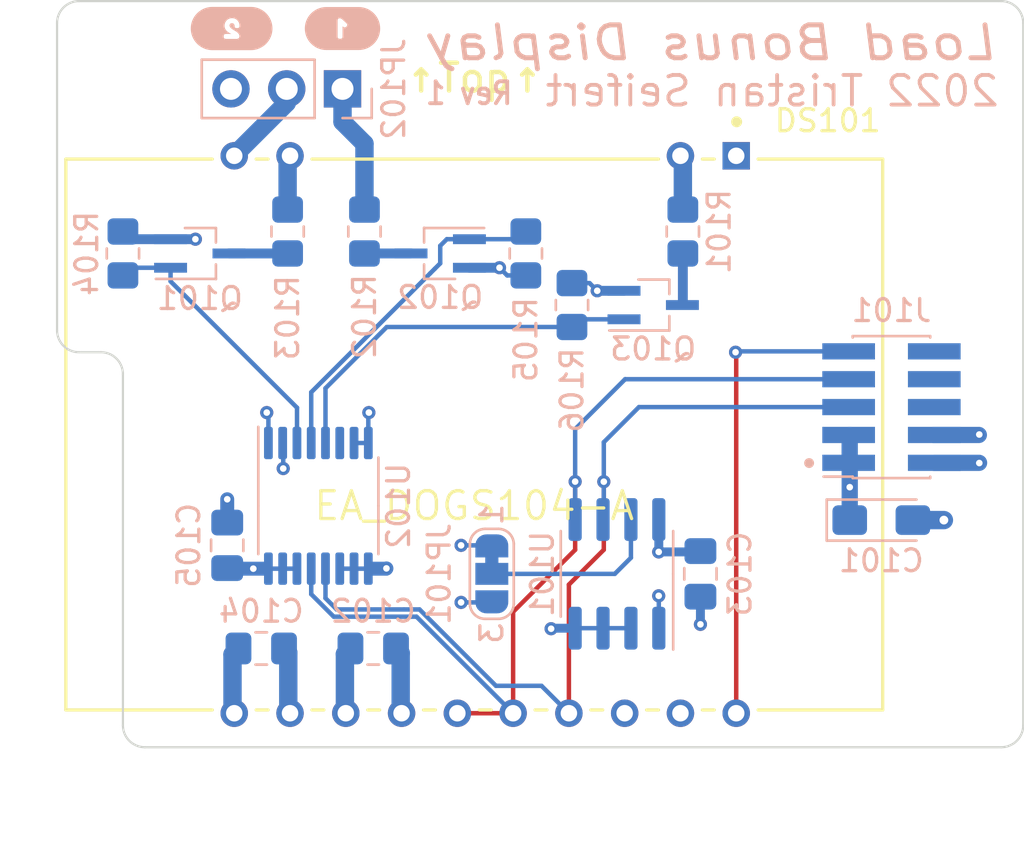
<source format=kicad_pcb>
(kicad_pcb (version 20211014) (generator pcbnew)
  (title_block (title "Programmable Load Bonus Display") (date "2022-04-25") (rev "1"))
  (layers (0 "F.Cu" signal) (1 "In1.Cu" signal) (2 "In2.Cu" signal) (31 "B.Cu" signal) (34 "B.Paste" user) (35 "F.Paste" user) (36 "B.SilkS" user "B.Silkscreen") (37 "F.SilkS" user "F.Silkscreen") (38 "B.Mask" user) (39 "F.Mask" user) (44 "Edge.Cuts" user))
  (net 0 "")
  (net 1 "+3V3")
  (net 2 "GND")
  (net 3 "Net-(C104-Pad1)")
  (net 6 "/I2C_SDA")
  (net 7 "/~{RESET}")
  (net 8 "/I2C_SCL")
  (net 9 "Net-(JP101-Pad2)")
  (net 10 "/~{IRQ}")
  (net 12 "Net-(DS101-Pad2)")
  (net 13 "Net-(DS101-Pad9)")
  (net 14 "Net-(DS101-Pad10)")
  (net 15 "Net-(JP102-Pad1)")
  (net 16 "/LED_C1")
  (net 17 "/LED_C2")
  (net 18 "/LED_C3")
  (net 19 "Net-(Q101-Pad1)")
  (net 20 "Net-(Q102-Pad1)")
  (net 21 "Net-(Q103-Pad1)")
  (footprint "MountingHole:MountingHole_2.7mm_M2.5" (layer "F.Cu") (at 61 29)
    (fp_text reference "H102" hide)
    (fp_text value "MountingHole" hide)
    (pad "" np_thru_hole circle (at 0 0) (size 2.7 2.7) (drill 2.7) (layers *.Cu *.Mask))
  )
  (footprint "MountingHole:MountingHole_2.7mm_M2.5" (layer "F.Cu") (at 61 50)
    (fp_text reference "H104" hide)
    (fp_text value "MountingHole" hide)
    (pad "" np_thru_hole circle (at 0 0) (size 2.7 2.7) (drill 2.7) (layers *.Cu *.Mask))
  )
  (footprint "MountingHole:MountingHole_2.7mm_M2.5" (layer "F.Cu") (at 23 23.5)
    (fp_text reference "H101" hide)
    (fp_text value "MountingHole" hide)
    (pad "" np_thru_hole circle (at 0 0) (size 2.7 2.7) (drill 2.7) (layers *.Cu *.Mask))
  )
  (footprint "programmable-load:Display_Visions-EA_DOGS104-A-BACKLIGHT-SOCKET" (layer "F.Cu") (at 39 39.75 180)
    (fp_text reference "DS101" (at -18.6 14.3) (layer "F.SilkS") (effects (justify right)))
    (fp_text value "EA_DOGS104-A" (at 0 -3.25) (layer "F.SilkS") (effects (font (size 1.27 1.27))))
    (fp_line (start 6.85 -12.55) (end 7.39 -12.55) (layer "F.SilkS") (width 0.15))
    (fp_line (start -8.39 -12.55) (end -7.85 -12.55) (layer "F.SilkS") (width 0.15))
    (fp_line (start -0.77 -12.55) (end -0.23 -12.55) (layer "F.SilkS") (width 0.15))
    (fp_line (start -5.85 -12.55) (end -5.31 -12.55) (layer "F.SilkS") (width 0.15))
    (fp_line (start -3.31 -12.55) (end -2.77 -12.55) (layer "F.SilkS") (width 0.15))
    (fp_line (start -8.39 12.55) (end 7.39 12.55) (layer "F.SilkS") (width 0.15))
    (fp_line (start 11.93 12.55) (end 18.6 12.55) (layer "F.SilkS") (width 0.15))
    (fp_line (start -18.6 -12.55) (end -12.93 -12.55) (layer "F.SilkS") (width 0.15))
    (fp_line (start -10.93 12.55) (end -10.39 12.55) (layer "F.SilkS") (width 0.15))
    (fp_line (start 4.31 -12.55) (end 4.85 -12.55) (layer "F.SilkS") (width 0.15))
    (fp_line (start -18.6 12.55) (end -18.6 -12.55) (layer "F.SilkS") (width 0.15))
    (fp_line (start 18.6 12.55) (end 18.6 -12.55) (layer "F.SilkS") (width 0.15))
    (fp_line (start 9.39 -12.55) (end 9.93 -12.55) (layer "F.SilkS") (width 0.15))
    (fp_line (start 11.93 -12.55) (end 18.6 -12.55) (layer "F.SilkS") (width 0.15))
    (fp_line (start -10.93 -12.55) (end -10.39 -12.55) (layer "F.SilkS") (width 0.15))
    (fp_line (start 1.77 -12.55) (end 2.31 -12.55) (layer "F.SilkS") (width 0.15))
    (fp_line (start 9.39 12.55) (end 9.93 12.55) (layer "F.SilkS") (width 0.15))
    (fp_line (start -18.6 12.55) (end -12.93 12.55) (layer "F.SilkS") (width 0.15))
    (fp_circle (center -11.95 14.25) (end -11.825 14.25) (layer "F.SilkS") (width 0.25) (fill none))
    (pad "1" thru_hole rect (at -11.93 12.7 180) (size 1.25 1.25) (drill 0.75) (layers *.Cu *.Mask) (net 1 "+3V3"))
    (pad "2" thru_hole circle (at -9.39 12.7 180) (size 1.25 1.25) (drill 0.75) (layers *.Cu *.Mask) (net 12 "Net-(DS101-Pad2)"))
    (pad "9" thru_hole circle (at 8.39 12.7 180) (size 1.25 1.25) (drill 0.75) (layers *.Cu *.Mask) (net 13 "Net-(DS101-Pad9)"))
    (pad "10" thru_hole circle (at 10.93 12.7 180) (size 1.25 1.25) (drill 0.75) (layers *.Cu *.Mask) (net 14 "Net-(DS101-Pad10)"))
    (pad "11" thru_hole circle (at 10.93 -12.7 180) (size 1.25 1.25) (drill 0.75) (layers *.Cu *.Mask) (net 3 "Net-(C104-Pad1)"))
    (pad "12" thru_hole circle (at 8.39 -12.7 180) (size 1.25 1.25) (drill 0.75) (layers *.Cu *.Mask) (net 2 "GND"))
    (pad "13" thru_hole circle (at 5.85 -12.7 180) (size 1.25 1.25) (drill 0.75) (layers *.Cu *.Mask) (net 1 "+3V3"))
    (pad "14" thru_hole circle (at 3.31 -12.7 180) (size 1.25 1.25) (drill 0.75) (layers *.Cu *.Mask) (net 2 "GND"))
    (pad "15" thru_hole circle (at 0.77 -12.7 180) (size 1.25 1.25) (drill 0.75) (layers *.Cu *.Mask) (net 6 "/I2C_SDA"))
    (pad "16" thru_hole circle (at -1.77 -12.7 180) (size 1.25 1.25) (drill 0.75) (layers *.Cu *.Mask) (net 6 "/I2C_SDA"))
    (pad "17" thru_hole circle (at -4.31 -12.7 180) (size 1.25 1.25) (drill 0.75) (layers *.Cu *.Mask) (net 8 "/I2C_SCL"))
    (pad "18" thru_hole circle (at -6.85 -12.7 180) (size 1.25 1.25) (drill 0.75) (layers *.Cu *.Mask) (net 2 "GND"))
    (pad "19" thru_hole circle (at -9.39 -12.7 180) (size 1.25 1.25) (drill 0.75) (layers *.Cu *.Mask) (net 2 "GND"))
    (pad "20" thru_hole circle (at -11.93 -12.7 180) (size 1.25 1.25) (drill 0.75) (layers *.Cu *.Mask) (net 7 "/~{RESET}"))
  )
  (footprint "Jumper:SolderJumper-3_P1.3mm_Bridged12_RoundedPad1.0x1.5mm_NumberLabels" (layer "B.Cu") (at 39.8 46.1 -90)
    (fp_text reference "JP101" (at 0 2.4 90) (layer "B.SilkS") (effects (justify mirror)))
    (fp_text value "Cfg WP" hide)
    (fp_text user "3" (at 2.7 0 90) (layer "B.SilkS") (effects (justify mirror)))
    (fp_text user "1" (at -2.7 0 90) (layer "B.SilkS") (effects (justify mirror)))
    (fp_poly (pts (xy -0.9 0.3) (xy -0.4 0.3) (xy -0.4 -0.3) (xy -0.9 -0.3)) (layer "B.Cu") (width 0) (fill solid))
    (fp_line (start 1.4 -1) (end -1.4 -1) (layer "B.SilkS") (width 0.12))
    (fp_line (start 2.05 0.3) (end 2.05 -0.3) (layer "B.SilkS") (width 0.12))
    (fp_line (start -2.05 -0.3) (end -2.05 0.3) (layer "B.SilkS") (width 0.12))
    (fp_line (start -1.4 1) (end 1.4 1) (layer "B.SilkS") (width 0.12))
    (fp_arc (start -2.05 -0.3) (mid -1.844975 -0.794975) (end -1.35 -1) (layer "B.SilkS") (width 0.12))
    (fp_arc (start -1.35 1) (mid -1.844975 0.794975) (end -2.05 0.3) (layer "B.SilkS") (width 0.12))
    (fp_arc (start 2.05 0.3) (mid 1.844975 0.794975) (end 1.35 1) (layer "B.SilkS") (width 0.12))
    (fp_arc (start 1.35 -1) (mid 1.844975 -0.794975) (end 2.05 -0.3) (layer "B.SilkS") (width 0.12))
    (pad "1" smd custom (at -1.3 0 270) (size 1 0.5) (layers "B.Cu" "B.Mask") (net 2 "GND") (options (clearance outline) (anchor rect)) (primitives (gr_poly (pts (xy 0.55 -0.75) (xy 0 -0.75) (xy 0 0.75) (xy 0.55 0.75)) (width 0) (fill yes)) (gr_circle (center 0 -0.25) (end 0.5 -0.25) (width 0) (fill yes)) (gr_circle (center 0 0.25) (end 0.5 0.25) (width 0) (fill yes))))
    (pad "2" smd rect (at 0 0 270) (size 1 1.5) (layers "B.Cu" "B.Mask") (net 9 "Net-(JP101-Pad2)"))
    (pad "3" smd custom (at 1.3 0 270) (size 1 0.5) (layers "B.Cu" "B.Mask") (net 1 "+3V3") (options (clearance outline) (anchor rect)) (primitives (gr_circle (center 0 -0.25) (end 0.5 -0.25) (width 0) (fill yes)) (gr_circle (center 0 0.25) (end 0.5 0.25) (width 0) (fill yes)) (gr_poly (pts (xy 0 -0.75) (xy -0.55 -0.75) (xy -0.55 0.75) (xy 0 0.75)) (width 0) (fill yes))))
  )
  (footprint "Package_TO_SOT_SMD:SOT-323_SC-70_Handsoldering" (layer "B.Cu") (at 26.5 31.5)
    (fp_text reference "Q101" (at 0 2.05) (layer "B.SilkS") (effects (justify mirror)))
    (fp_text value "MMBT3904" hide)
    (fp_line (start 0.735 1.16) (end -2 1.16) (layer "B.SilkS") (width 0.12))
    (fp_line (start 0.735 -0.5) (end 0.735 -1.16) (layer "B.SilkS") (width 0.12))
    (fp_line (start -0.675 -1.16) (end 0.735 -1.16) (layer "B.SilkS") (width 0.12))
    (fp_line (start 0.735 1.17) (end 0.735 0.5) (layer "B.SilkS") (width 0.12))
    (pad "1" smd rect (at -1.33 0.65 90) (size 0.45 1.5) (layers "B.Cu" "B.Paste" "B.Mask") (net 19 "Net-(Q101-Pad1)"))
    (pad "2" smd rect (at -1.33 -0.65 90) (size 0.45 1.5) (layers "B.Cu" "B.Paste" "B.Mask") (net 2 "GND"))
    (pad "3" smd rect (at 1.33 0 90) (size 0.45 1.5) (layers "B.Cu" "B.Paste" "B.Mask") (net 18 "/LED_C3"))
  )
  (footprint "Connector_PinHeader_2.54mm:PinHeader_1x03_P2.54mm_Vertical" (layer "B.Cu") (at 33 24 90)
    (fp_text reference "JP102" (at 0 2.33 90) (layer "B.SilkS") (effects (justify mirror)))
    (fp_text value "Jumper_3_Open" hide)
    (fp_line (start -1.33 0) (end -1.33 1.33) (layer "B.SilkS") (width 0.12))
    (fp_line (start -1.33 1.33) (end 0 1.33) (layer "B.SilkS") (width 0.12))
    (fp_line (start -1.33 -1.27) (end -1.33 -6.41) (layer "B.SilkS") (width 0.12))
    (fp_line (start 1.33 -1.27) (end 1.33 -6.41) (layer "B.SilkS") (width 0.12))
    (fp_line (start -1.33 -6.41) (end 1.33 -6.41) (layer "B.SilkS") (width 0.12))
    (fp_line (start -1.33 -1.27) (end 1.33 -1.27) (layer "B.SilkS") (width 0.12))
    (pad "1" thru_hole rect (at 0 0 90) (size 1.7 1.7) (drill 1) (layers *.Cu *.Mask) (net 15 "Net-(JP102-Pad1)"))
    (pad "2" thru_hole oval (at 0 -2.54 90) (size 1.7 1.7) (drill 1) (layers *.Cu *.Mask) (net 14 "Net-(DS101-Pad10)"))
    (pad "3" thru_hole oval (at 0 -5.08 90) (size 1.7 1.7) (drill 1) (layers *.Cu *.Mask) (net 1 "+3V3"))
  )
  (footprint "kibuzzard-627F235A" (layer "B.Cu") (at 27.95 21.25 180)
    (fp_text reference "kibuzzard-627F235A" hide)
    (fp_text value "G***" hide)
    (fp_poly (pts (xy -0.361315 0.98634) (xy -0.197132 0.427143) (xy -0.114582 0.462068) (xy -0.01905 0.47371) (xy 0.076553 0.461927) (xy 0.159315 0.426579) (xy 0.229235 0.367665) (xy 0.282152 0.293652) (xy 0.313902 0.213007) (xy 0.324485 0.12573) (xy 0.316548 0.055245) (xy 0.292735 -0.01143) (xy 0.25781 -0.06985) (xy 0.216535 -0.11557) (xy 0.127635 -0.185738) (xy 0.048895 -0.2286) (xy 0.017145 -0.2413) (xy 0.017145 -0.24765) (xy 0.249555 -0.24765) (xy 0.32385 -0.259715) (xy 0.353695 -0.296545) (xy 0.361315 -0.361315) (xy 0.35306 -0.42545) (xy 0.325755 -0.45847) (xy 0.247015 -0.47371) (xy -0.249555 -0.47371) (xy -0.328295 -0.43942) (xy -0.361315 -0.35941) (xy -0.349409 -0.293529) (xy -0.31369 -0.233045) (xy -0.261144 -0.179388) (xy -0.198755 -0.133985) (xy -0.131445 -0.093028) (xy -0.064135 -0.052705) (xy -0.001746 -0.010001) (xy 0.0508 0.0381) (xy 0.086519 0.090488) (xy 0.098425 0.14605) (xy 0.089535 0.178435) (xy 0.06985 0.212725) (xy 0.036195 0.23749) (xy -0.027305 0.24892) (xy -0.09779 0.219075) (xy -0.131445 0.16002) (xy -0.136525 0.13081) (xy -0.136525 0.12319) (xy -0.13843 0.08128) (xy -0.150495 0.04953) (xy -0.184785 0.02667) (xy -0.249555 0.01905) (xy -0.320357 0.031115) (xy -0.354965 0.06731) (xy -0.361315 0.13208) (xy -0.350802 0.217099) (xy -0.319264 0.296051) (xy -0.2667 0.368935) (xy -0.197132 0.427143) (xy -0.361315 0.98634) (xy -0.873945 0.98634) (xy -0.970623 0.981591) (xy -1.066371 0.967388) (xy -1.160265 0.943869) (xy -1.251401 0.91126) (xy -1.338903 0.869874) (xy -1.421926 0.820112) (xy -1.499673 0.762451) (xy -1.571393 0.697448) (xy -1.636396 0.625728) (xy -1.694057 0.547981) (xy -1.74382 0.464958) (xy -1.785205 0.377456) (xy -1.817814 0.286319) (xy -1.841333 0.192425) (xy -1.855536 0.096678) (xy -1.860285 0) (xy -1.855536 -0.096678) (xy -1.841333 -0.192425) (xy -1.817814 -0.286319) (xy -1.785205 -0.377456) (xy -1.74382 -0.464958) (xy -1.694057 -0.547981) (xy -1.636396 -0.625728) (xy -1.571393 -0.697448) (xy -1.499673 -0.762451) (xy -1.421926 -0.820112) (xy -1.338903 -0.869874) (xy -1.251401 -0.91126) (xy -1.160265 -0.943869) (xy -1.066371 -0.967388) (xy -0.970623 -0.981591) (xy -0.873945 -0.98634) (xy -0.361315 -0.98634) (xy 0.361315 -0.98634) (xy 0.873945 -0.98634) (xy 0.970624 -0.981591) (xy 1.066371 -0.967388) (xy 1.160265 -0.943869) (xy 1.251401 -0.911259) (xy 1.338903 -0.869874) (xy 1.421926 -0.820112) (xy 1.499673 -0.762451) (xy 1.571393 -0.697448) (xy 1.636396 -0.625728) (xy 1.694057 -0.547981) (xy 1.74382 -0.464958) (xy 1.785205 -0.377456) (xy 1.817814 -0.286319) (xy 1.841333 -0.192425) (xy 1.855536 -0.096678) (xy 1.860285 0) (xy 1.855536 0.096678) (xy 1.841333 0.192425) (xy 1.817814 0.286319) (xy 1.785205 0.377456) (xy 1.74382 0.464958) (xy 1.694057 0.547981) (xy 1.636396 0.625728) (xy 1.571393 0.697448) (xy 1.499673 0.762451) (xy 1.421926 0.820112) (xy 1.338903 0.869874) (xy 1.251401 0.911259) (xy 1.160265 0.943869) (xy 1.066371 0.967388) (xy 0.970624 0.981591) (xy 0.873945 0.98634) (xy 0.361315 0.98634) (xy -0.361315 0.98634)) (layer "B.SilkS") (width 0) (fill solid))
  )
  (footprint "Resistor_SMD:R_0805_2012Metric_Pad1.20x1.40mm_HandSolder" (layer "B.Cu") (at 34 30.5 90)
    (fp_text reference "R102" (at -1.85 0 90) (layer "B.SilkS") (effects (justify left mirror)))
    (fp_text value "10R" hide)
    (fp_line (start -0.227064 0.735) (end 0.227064 0.735) (layer "B.SilkS") (width 0.12))
    (fp_line (start -0.227064 -0.735) (end 0.227064 -0.735) (layer "B.SilkS") (width 0.12))
    (pad "1" smd roundrect (at -1 0 90) (size 1.2 1.4) (layers "B.Cu" "B.Paste" "B.Mask") (roundrect_rratio 0.208333) (net 17 "/LED_C2"))
    (pad "2" smd roundrect (at 1 0 90) (size 1.2 1.4) (layers "B.Cu" "B.Paste" "B.Mask") (roundrect_rratio 0.208333) (net 15 "Net-(JP102-Pad1)"))
  )
  (footprint "Capacitor_Tantalum_SMD:CP_EIA-3216-18_Kemet-A_Pad1.58x1.35mm_HandSolder" (layer "B.Cu") (at 57.5375 43.65)
    (fp_text reference "C101" (at 0 1.85) (layer "B.SilkS") (effects (justify mirror)))
    (fp_text value "10µF" hide)
    (fp_line (start 1.6 0.935) (end -2.485 0.935) (layer "B.SilkS") (width 0.12))
    (fp_line (start -2.485 0.935) (end -2.485 -0.935) (layer "B.SilkS") (width 0.12))
    (fp_line (start -2.485 -0.935) (end 1.6 -0.935) (layer "B.SilkS") (width 0.12))
    (pad "1" smd roundrect (at -1.4375 0) (size 1.575 1.35) (layers "B.Cu" "B.Paste" "B.Mask") (roundrect_rratio 0.185185) (net 1 "+3V3"))
    (pad "2" smd roundrect (at 1.4375 0) (size 1.575 1.35) (layers "B.Cu" "B.Paste" "B.Mask") (roundrect_rratio 0.185185) (net 2 "GND"))
  )
  (footprint "Package_TO_SOT_SMD:SOT-323_SC-70_Handsoldering" (layer "B.Cu") (at 47.15 33.85)
    (fp_text reference "Q103" (at 0 2) (layer "B.SilkS") (effects (justify mirror)))
    (fp_text value "MMBT3904" hide)
    (fp_line (start -0.675 -1.16) (end 0.735 -1.16) (layer "B.SilkS") (width 0.12))
    (fp_line (start 0.735 -0.5) (end 0.735 -1.16) (layer "B.SilkS") (width 0.12))
    (fp_line (start 0.735 1.17) (end 0.735 0.5) (layer "B.SilkS") (width 0.12))
    (fp_line (start 0.735 1.16) (end -2 1.16) (layer "B.SilkS") (width 0.12))
    (pad "1" smd rect (at -1.33 0.65 90) (size 0.45 1.5) (layers "B.Cu" "B.Paste" "B.Mask") (net 21 "Net-(Q103-Pad1)"))
    (pad "2" smd rect (at -1.33 -0.65 90) (size 0.45 1.5) (layers "B.Cu" "B.Paste" "B.Mask") (net 2 "GND"))
    (pad "3" smd rect (at 1.33 0 90) (size 0.45 1.5) (layers "B.Cu" "B.Paste" "B.Mask") (net 16 "/LED_C1"))
  )
  (footprint "Capacitor_SMD:C_0805_2012Metric_Pad1.18x1.45mm_HandSolder" (layer "B.Cu") (at 34.4 49.5)
    (fp_text reference "C102" (at 0 -1.7) (layer "B.SilkS") (effects (justify mirror)))
    (fp_text value "1µF" hide)
    (fp_line (start -0.261252 -0.735) (end 0.261252 -0.735) (layer "B.SilkS") (width 0.12))
    (fp_line (start -0.261252 0.735) (end 0.261252 0.735) (layer "B.SilkS") (width 0.12))
    (pad "1" smd roundrect (at -1.0375 0) (size 1.175 1.45) (layers "B.Cu" "B.Paste" "B.Mask") (roundrect_rratio 0.212766) (net 1 "+3V3"))
    (pad "2" smd roundrect (at 1.0375 0) (size 1.175 1.45) (layers "B.Cu" "B.Paste" "B.Mask") (roundrect_rratio 0.212766) (net 2 "GND"))
  )
  (footprint "Package_SO:TSSOP-16_4.4x5mm_P0.65mm" (layer "B.Cu") (at 31.9 43 -90)
    (fp_text reference "U102" (at 0 -3.65 90) (layer "B.SilkS") (effects (justify mirror)))
    (fp_text value "PCA9633" hide)
    (fp_line (start 0 2.735) (end -3.6 2.735) (layer "B.SilkS") (width 0.12))
    (fp_line (start 0 -2.735) (end 2.2 -2.735) (layer "B.SilkS") (width 0.12))
    (fp_line (start 0 2.735) (end 2.2 2.735) (layer "B.SilkS") (width 0.12))
    (fp_line (start 0 -2.735) (end -2.2 -2.735) (layer "B.SilkS") (width 0.12))
    (pad "1" smd roundrect (at -2.8625 2.275 270) (size 1.475 0.4) (layers "B.Cu" "B.Paste" "B.Mask") (net 1 "+3V3"))
    (pad "2" smd roundrect (at -2.8625 1.625 270) (size 1.475 0.4) (layers "B.Cu" "B.Paste" "B.Mask") (net 2 "GND"))
    (pad "3" smd roundrect (at -2.8625 0.975 270) (size 1.475 0.4) (layers "B.Cu" "B.Paste" "B.Mask") (net 19 "Net-(Q101-Pad1)"))
    (pad "4" smd roundrect (at -2.8625 0.325 270) (size 1.475 0.4) (layers "B.Cu" "B.Paste" "B.Mask") (net 20 "Net-(Q102-Pad1)"))
    (pad "5" smd roundrect (at -2.8625 -0.325 270) (size 1.475 0.4) (layers "B.Cu" "B.Paste" "B.Mask") (net 21 "Net-(Q103-Pad1)"))
    (pad "6" smd roundrect (at -2.8625 -0.975 270) (size 1.475 0.4) (layers "B.Cu" "B.Paste" "B.Mask"))
    (pad "7" smd roundrect (at -2.8625 -1.625 270) (size 1.475 0.4) (layers "B.Cu" "B.Paste" "B.Mask") (net 2 "GND"))
    (pad "8" smd roundrect (at -2.8625 -2.275 270) (size 1.475 0.4) (layers "B.Cu" "B.Paste" "B.Mask") (net 2 "GND"))
    (pad "9" smd roundrect (at 2.8625 -2.275 270) (size 1.475 0.4) (layers "B.Cu" "B.Paste" "B.Mask") (net 2 "GND"))
    (pad "10" smd roundrect (at 2.8625 -1.625 270) (size 1.475 0.4) (layers "B.Cu" "B.Paste" "B.Mask") (net 2 "GND"))
    (pad "11" smd roundrect (at 2.8625 -0.975 270) (size 1.475 0.4) (layers "B.Cu" "B.Paste" "B.Mask") (net 2 "GND"))
    (pad "12" smd roundrect (at 2.8625 -0.325 270) (size 1.475 0.4) (layers "B.Cu" "B.Paste" "B.Mask") (net 8 "/I2C_SCL"))
    (pad "13" smd roundrect (at 2.8625 0.325 270) (size 1.475 0.4) (layers "B.Cu" "B.Paste" "B.Mask") (net 6 "/I2C_SDA"))
    (pad "14" smd roundrect (at 2.8625 0.975 270) (size 1.475 0.4) (layers "B.Cu" "B.Paste" "B.Mask") (net 1 "+3V3"))
    (pad "15" smd roundrect (at 2.8625 1.625 270) (size 1.475 0.4) (layers "B.Cu" "B.Paste" "B.Mask") (net 1 "+3V3"))
    (pad "16" smd roundrect (at 2.8625 2.275 270) (size 1.475 0.4) (layers "B.Cu" "B.Paste" "B.Mask") (net 1 "+3V3"))
  )
  (footprint "Capacitor_SMD:C_0805_2012Metric_Pad1.18x1.45mm_HandSolder" (layer "B.Cu") (at 49.3 46.1 -90)
    (fp_text reference "C103" (at 0 -1.8 90) (layer "B.SilkS") (effects (justify mirror)))
    (fp_text value "100nF" hide)
    (fp_line (start -0.261252 0.735) (end 0.261252 0.735) (layer "B.SilkS") (width 0.12))
    (fp_line (start -0.261252 -0.735) (end 0.261252 -0.735) (layer "B.SilkS") (width 0.12))
    (pad "1" smd roundrect (at -1.0375 0 270) (size 1.175 1.45) (layers "B.Cu" "B.Paste" "B.Mask") (roundrect_rratio 0.212766) (net 1 "+3V3"))
    (pad "2" smd roundrect (at 1.0375 0 270) (size 1.175 1.45) (layers "B.Cu" "B.Paste" "B.Mask") (roundrect_rratio 0.212766) (net 2 "GND"))
  )
  (footprint "Package_TO_SOT_SMD:SOT-323_SC-70_Handsoldering" (layer "B.Cu") (at 37.45 31.5 180)
    (fp_text reference "Q102" (at 0 -2) (layer "B.SilkS") (effects (justify mirror)))
    (fp_text value "MMBT3904" hide)
    (fp_line (start 0.735 1.17) (end 0.735 0.5) (layer "B.SilkS") (width 0.12))
    (fp_line (start -0.675 -1.16) (end 0.735 -1.16) (layer "B.SilkS") (width 0.12))
    (fp_line (start 0.735 -0.5) (end 0.735 -1.16) (layer "B.SilkS") (width 0.12))
    (fp_line (start 0.735 1.16) (end -2 1.16) (layer "B.SilkS") (width 0.12))
    (pad "1" smd rect (at -1.33 0.65 270) (size 0.45 1.5) (layers "B.Cu" "B.Paste" "B.Mask") (net 20 "Net-(Q102-Pad1)"))
    (pad "2" smd rect (at -1.33 -0.65 270) (size 0.45 1.5) (layers "B.Cu" "B.Paste" "B.Mask") (net 2 "GND"))
    (pad "3" smd rect (at 1.33 0 270) (size 0.45 1.5) (layers "B.Cu" "B.Paste" "B.Mask") (net 17 "/LED_C2"))
  )
  (footprint "Capacitor_SMD:C_0805_2012Metric_Pad1.18x1.45mm_HandSolder" (layer "B.Cu") (at 27.75 44.8 90)
    (fp_text reference "C105" (at 0 -1.75 90) (layer "B.SilkS") (effects (justify mirror)))
    (fp_text value "100nF" hide)
    (fp_line (start -0.261252 -0.735) (end 0.261252 -0.735) (layer "B.SilkS") (width 0.12))
    (fp_line (start -0.261252 0.735) (end 0.261252 0.735) (layer "B.SilkS") (width 0.12))
    (pad "1" smd roundrect (at -1.0375 0 90) (size 1.175 1.45) (layers "B.Cu" "B.Paste" "B.Mask") (roundrect_rratio 0.212766) (net 1 "+3V3"))
    (pad "2" smd roundrect (at 1.0375 0 90) (size 1.175 1.45) (layers "B.Cu" "B.Paste" "B.Mask") (roundrect_rratio 0.212766) (net 2 "GND"))
  )
  (footprint "Connector_PinHeader_1.27mm:PinHeader_2x05_P1.27mm_Vertical_SMD" (layer "B.Cu") (at 58 38.5)
    (fp_text reference "J101" (at 0 -4.4) (layer "B.SilkS") (effects (justify mirror)))
    (fp_text value "Conn_02x05_Odd_Even" hide)
    (fp_line (start -1.765 -3.17) (end -1.765 -3.235) (layer "B.SilkS") (width 0.12))
    (fp_line (start -1.765 3.235) (end 1.765 3.235) (layer "B.SilkS") (width 0.12))
    (fp_line (start -3.09 3.17) (end -1.765 3.17) (layer "B.SilkS") (width 0.12))
    (fp_line (start -1.765 3.235) (end -1.765 3.17) (layer "B.SilkS") (width 0.12))
    (fp_line (start 1.765 3.235) (end 1.765 3.17) (layer "B.SilkS") (width 0.12))
    (fp_line (start 1.765 -3.17) (end 1.765 -3.235) (layer "B.SilkS") (width 0.12))
    (fp_line (start -1.765 -3.235) (end 1.765 -3.235) (layer "B.SilkS") (width 0.12))
    (pad "1" smd rect (at -1.95 2.54) (size 2.4 0.74) (layers "B.Cu" "B.Paste" "B.Mask") (net 1 "+3V3"))
    (pad "2" smd rect (at 1.95 2.54) (size 2.4 0.74) (layers "B.Cu" "B.Paste" "B.Mask") (net 2 "GND"))
    (pad "3" smd rect (at -1.95 1.27) (size 2.4 0.74) (layers "B.Cu" "B.Paste" "B.Mask") (net 1 "+3V3"))
    (pad "4" smd rect (at 1.95 1.27) (size 2.4 0.74) (layers "B.Cu" "B.Paste" "B.Mask") (net 2 "GND"))
    (pad "5" smd rect (at -1.95 0) (size 2.4 0.74) (layers "B.Cu" "B.Paste" "B.Mask") (net 8 "/I2C_SCL"))
    (pad "6" smd rect (at 1.95 0) (size 2.4 0.74) (layers "B.Cu" "B.Paste" "B.Mask"))
    (pad "7" smd rect (at -1.95 -1.27) (size 2.4 0.74) (layers "B.Cu" "B.Paste" "B.Mask") (net 6 "/I2C_SDA"))
    (pad "8" smd rect (at 1.95 -1.27) (size 2.4 0.74) (layers "B.Cu" "B.Paste" "B.Mask") (net 10 "/~{IRQ}"))
    (pad "9" smd rect (at -1.95 -2.54) (size 2.4 0.74) (layers "B.Cu" "B.Paste" "B.Mask") (net 7 "/~{RESET}"))
    (pad "10" smd rect (at 1.95 -2.54) (size 2.4 0.74) (layers "B.Cu" "B.Paste" "B.Mask"))
  )
  (footprint "Resistor_SMD:R_0805_2012Metric_Pad1.20x1.40mm_HandSolder" (layer "B.Cu") (at 30.5 30.5 90)
    (fp_text reference "R103" (at -1.9 0 90) (layer "B.SilkS") (effects (justify left mirror)))
    (fp_text value "20R" hide)
    (fp_line (start -0.227064 -0.735) (end 0.227064 -0.735) (layer "B.SilkS") (width 0.12))
    (fp_line (start -0.227064 0.735) (end 0.227064 0.735) (layer "B.SilkS") (width 0.12))
    (pad "1" smd roundrect (at -1 0 90) (size 1.2 1.4) (layers "B.Cu" "B.Paste" "B.Mask") (roundrect_rratio 0.208333) (net 18 "/LED_C3"))
    (pad "2" smd roundrect (at 1 0 90) (size 1.2 1.4) (layers "B.Cu" "B.Paste" "B.Mask") (roundrect_rratio 0.208333) (net 13 "Net-(DS101-Pad9)"))
  )
  (footprint "Resistor_SMD:R_0805_2012Metric_Pad1.20x1.40mm_HandSolder" (layer "B.Cu") (at 48.5 30.5 90)
    (fp_text reference "R101" (at 0 1.65 90) (layer "B.SilkS") (effects (justify mirror)))
    (fp_text value "27R" hide)
    (fp_line (start -0.227064 -0.735) (end 0.227064 -0.735) (layer "B.SilkS") (width 0.12))
    (fp_line (start -0.227064 0.735) (end 0.227064 0.735) (layer "B.SilkS") (width 0.12))
    (pad "1" smd roundrect (at -1 0 90) (size 1.2 1.4) (layers "B.Cu" "B.Paste" "B.Mask") (roundrect_rratio 0.208333) (net 16 "/LED_C1"))
    (pad "2" smd roundrect (at 1 0 90) (size 1.2 1.4) (layers "B.Cu" "B.Paste" "B.Mask") (roundrect_rratio 0.208333) (net 12 "Net-(DS101-Pad2)"))
  )
  (footprint "kibuzzard-627F2330" (layer "B.Cu") (at 33 21.25 180)
    (fp_text reference "kibuzzard-627F2330" hide)
    (fp_text value "G***" hide)
    (fp_poly (pts (xy -0.22352 0.97999) (xy 0.03429 0.43434) (xy 0.106045 0.46736) (xy 0.16637 0.46101) (xy 0.19939 0.446405) (xy 0.21717 0.4191) (xy 0.22352 0.35179) (xy 0.22352 -0.3556) (xy 0.221615 -0.399415) (xy 0.20955 -0.43307) (xy 0.175895 -0.458788) (xy 0.11049 -0.46736) (xy 0.046673 -0.459105) (xy 0.0127 -0.43434) (xy 0.000635 -0.399415) (xy -0.00127 -0.35306) (xy -0.00127 0.10033) (xy -0.01778 0.08509) (xy -0.10668 0.04572) (xy -0.183515 0.09017) (xy -0.22352 0.16891) (xy -0.1778 0.24384) (xy 0.03048 0.4318) (xy 0.03429 0.43434) (xy -0.22352 0.97999) (xy -0.73615 0.97999) (xy -0.832206 0.975271) (xy -0.927337 0.96116) (xy -1.020626 0.937792) (xy -1.111176 0.905393) (xy -1.198114 0.864274) (xy -1.280604 0.814832) (xy -1.357849 0.757543) (xy -1.429108 0.692958) (xy -1.493693 0.621699) (xy -1.550982 0.544453) (xy -1.600424 0.461964) (xy -1.641543 0.375026) (xy -1.673942 0.284476) (xy -1.69731 0.191187) (xy -1.711421 0.096056) (xy -1.71614 0) (xy -1.711421 -0.096056) (xy -1.69731 -0.191187) (xy -1.673942 -0.284476) (xy -1.641543 -0.375026) (xy -1.600424 -0.461964) (xy -1.550982 -0.544453) (xy -1.493693 -0.621699) (xy -1.429108 -0.692958) (xy -1.357849 -0.757543) (xy -1.280604 -0.814832) (xy -1.198114 -0.864274) (xy -1.111176 -0.905393) (xy -1.020626 -0.937792) (xy -0.927337 -0.96116) (xy -0.832206 -0.975271) (xy -0.73615 -0.97999) (xy -0.22352 -0.97999) (xy 0.22352 -0.97999) (xy 0.73615 -0.97999) (xy 0.832206 -0.975271) (xy 0.927337 -0.96116) (xy 1.020626 -0.937792) (xy 1.111176 -0.905393) (xy 1.198114 -0.864274) (xy 1.280604 -0.814832) (xy 1.357849 -0.757543) (xy 1.429108 -0.692958) (xy 1.493693 -0.621699) (xy 1.550982 -0.544453) (xy 1.600424 -0.461964) (xy 1.641543 -0.375026) (xy 1.673942 -0.284476) (xy 1.69731 -0.191187) (xy 1.711421 -0.096056) (xy 1.71614 0) (xy 1.711421 0.096056) (xy 1.69731 0.191187) (xy 1.673942 0.284476) (xy 1.641543 0.375026) (xy 1.600424 0.461964) (xy 1.550982 0.544453) (xy 1.493693 0.621699) (xy 1.429108 0.692958) (xy 1.357849 0.757543) (xy 1.280604 0.814832) (xy 1.198114 0.864274) (xy 1.111176 0.905393) (xy 1.020626 0.937792) (xy 0.927337 0.96116) (xy 0.832206 0.975271) (xy 0.73615 0.97999) (xy 0.22352 0.97999) (xy -0.22352 0.97999)) (layer "B.SilkS") (width 0) (fill solid))
  )
  (footprint "Package_SO:SOIC-8_3.9x4.9mm_P1.27mm" (layer "B.Cu") (at 45.5 46.1 90)
    (fp_text reference "U101" (at 0 -3.4 90) (layer "B.SilkS") (effects (justify mirror)))
    (fp_text value "AT24CS32-SSHM" hide)
    (fp_line (start 0 -2.56) (end -1.95 -2.56) (layer "B.SilkS") (width 0.12))
    (fp_line (start 0 2.56) (end -3.45 2.56) (layer "B.SilkS") (width 0.12))
    (fp_line (start 0 -2.56) (end 1.95 -2.56) (layer "B.SilkS") (width 0.12))
    (fp_line (start 0 2.56) (end 1.95 2.56) (layer "B.SilkS") (width 0.12))
    (pad "1" smd roundrect (at -2.475 1.905 90) (size 1.95 0.6) (layers "B.Cu" "B.Paste" "B.Mask") (net 1 "+3V3"))
    (pad "2" smd roundrect (at -2.475 0.635 90) (size 1.95 0.6) (layers "B.Cu" "B.Paste" "B.Mask") (net 2 "GND"))
    (pad "3" smd roundrect (at -2.475 -0.635 90) (size 1.95 0.6) (layers "B.Cu" "B.Paste" "B.Mask") (net 2 "GND"))
    (pad "4" smd roundrect (at -2.475 -1.905 90) (size 1.95 0.6) (layers "B.Cu" "B.Paste" "B.Mask") (net 2 "GND"))
    (pad "5" smd roundrect (at 2.475 -1.905 90) (size 1.95 0.6) (layers "B.Cu" "B.Paste" "B.Mask") (net 6 "/I2C_SDA"))
    (pad "6" smd roundrect (at 2.475 -0.635 90) (size 1.95 0.6) (layers "B.Cu" "B.Paste" "B.Mask") (net 8 "/I2C_SCL"))
    (pad "7" smd roundrect (at 2.475 0.635 90) (size 1.95 0.6) (layers "B.Cu" "B.Paste" "B.Mask") (net 9 "Net-(JP101-Pad2)"))
    (pad "8" smd roundrect (at 2.475 1.905 90) (size 1.95 0.6) (layers "B.Cu" "B.Paste" "B.Mask") (net 1 "+3V3"))
  )
  (footprint "Resistor_SMD:R_0805_2012Metric_Pad1.20x1.40mm_HandSolder" (layer "B.Cu") (at 41.35 31.5 90)
    (fp_text reference "R105" (at -1.9 0 90) (layer "B.SilkS") (effects (justify left mirror)))
    (fp_text value "10k" hide)
    (fp_line (start -0.227064 0.735) (end 0.227064 0.735) (layer "B.SilkS") (width 0.12))
    (fp_line (start -0.227064 -0.735) (end 0.227064 -0.735) (layer "B.SilkS") (width 0.12))
    (pad "1" smd roundrect (at -1 0 90) (size 1.2 1.4) (layers "B.Cu" "B.Paste" "B.Mask") (roundrect_rratio 0.208333) (net 2 "GND"))
    (pad "2" smd roundrect (at 1 0 90) (size 1.2 1.4) (layers "B.Cu" "B.Paste" "B.Mask") (roundrect_rratio 0.208333) (net 20 "Net-(Q102-Pad1)"))
  )
  (footprint "Resistor_SMD:R_0805_2012Metric_Pad1.20x1.40mm_HandSolder" (layer "B.Cu") (at 23 31.5 -90)
    (fp_text reference "R104" (at 0 1.65 90) (layer "B.SilkS") (effects (justify mirror)))
    (fp_text value "10k" hide)
    (fp_line (start -0.227064 0.735) (end 0.227064 0.735) (layer "B.SilkS") (width 0.12))
    (fp_line (start -0.227064 -0.735) (end 0.227064 -0.735) (layer "B.SilkS") (width 0.12))
    (pad "1" smd roundrect (at -1 0 270) (size 1.2 1.4) (layers "B.Cu" "B.Paste" "B.Mask") (roundrect_rratio 0.208333) (net 2 "GND"))
    (pad "2" smd roundrect (at 1 0 270) (size 1.2 1.4) (layers "B.Cu" "B.Paste" "B.Mask") (roundrect_rratio 0.208333) (net 19 "Net-(Q101-Pad1)"))
  )
  (footprint "Resistor_SMD:R_0805_2012Metric_Pad1.20x1.40mm_HandSolder" (layer "B.Cu") (at 43.45 33.85 -90)
    (fp_text reference "R106" (at 1.85 0 90) (layer "B.SilkS") (effects (justify left mirror)))
    (fp_text value "10k" hide)
    (fp_line (start -0.227064 -0.735) (end 0.227064 -0.735) (layer "B.SilkS") (width 0.12))
    (fp_line (start -0.227064 0.735) (end 0.227064 0.735) (layer "B.SilkS") (width 0.12))
    (pad "1" smd roundrect (at -1 0 270) (size 1.2 1.4) (layers "B.Cu" "B.Paste" "B.Mask") (roundrect_rratio 0.208333) (net 2 "GND"))
    (pad "2" smd roundrect (at 1 0 270) (size 1.2 1.4) (layers "B.Cu" "B.Paste" "B.Mask") (roundrect_rratio 0.208333) (net 21 "Net-(Q103-Pad1)"))
  )
  (footprint "Capacitor_SMD:C_0805_2012Metric_Pad1.18x1.45mm_HandSolder" (layer "B.Cu") (at 29.3 49.5)
    (fp_text reference "C104" (at 0 -1.7) (layer "B.SilkS") (effects (justify mirror)))
    (fp_text value "1µF" hide)
    (fp_line (start -0.261252 0.735) (end 0.261252 0.735) (layer "B.SilkS") (width 0.12))
    (fp_line (start -0.261252 -0.735) (end 0.261252 -0.735) (layer "B.SilkS") (width 0.12))
    (pad "1" smd roundrect (at -1.0375 0) (size 1.175 1.45) (layers "B.Cu" "B.Paste" "B.Mask") (roundrect_rratio 0.212766) (net 3 "Net-(C104-Pad1)"))
    (pad "2" smd roundrect (at 1.0375 0) (size 1.175 1.45) (layers "B.Cu" "B.Paste" "B.Mask") (roundrect_rratio 0.212766) (net 2 "GND"))
  )
  (gr_circle (center 54.25 41.05) (end 54.4 41.05) (layer "B.SilkS") (width 0.15) (fill solid))
  (gr_arc (start 21 36) (mid 20.292893 35.707107) (end 20 35) (layer "Edge.Cuts") (width 0.1))
  (gr_line (start 20 35) (end 20 21) (layer "Edge.Cuts") (width 0.1))
  (gr_arc (start 22 36) (mid 22.707107 36.292893) (end 23 37) (layer "Edge.Cuts") (width 0.1))
  (gr_arc (start 63 20) (mid 63.707107 20.292893) (end 64 21) (layer "Edge.Cuts") (width 0.1))
  (gr_arc (start 24 54) (mid 23.292893 53.707107) (end 23 53) (layer "Edge.Cuts") (width 0.1))
  (gr_arc (start 64 53) (mid 63.707107 53.707107) (end 63 54) (layer "Edge.Cuts") (width 0.1))
  (gr_line (start 21 20) (end 63 20) (layer "Edge.Cuts") (width 0.1))
  (gr_line (start 63 54) (end 24 54) (layer "Edge.Cuts") (width 0.1))
  (gr_line (start 22 36) (end 21 36) (layer "Edge.Cuts") (width 0.1))
  (gr_line (start 64 21) (end 64 53) (layer "Edge.Cuts") (width 0.1))
  (gr_arc (start 20 21) (mid 20.292893 20.292893) (end 21 20) (layer "Edge.Cuts") (width 0.1))
  (gr_line (start 23 53) (end 23 37) (layer "Edge.Cuts") (width 0.1))
  (gr_text "Rev 1" (at 36.7 24.2) (layer "B.SilkS") (effects (font (size 1 0.9) (thickness 0.174)) (justify right mirror)))
  (gr_text "2022 Tristan Seifert" (at 63 24.1) (layer "B.SilkS") (effects (font (size 1.35 1.35) (thickness 0.174)) (justify left mirror)))
  (gr_text "Load Bonus Display" (at 63 21.9) (layer "B.SilkS") (effects (font (size 1.5 1.74) (thickness 0.225) italic) (justify left mirror)))
  (gr_text "↑Top↑" (at 39 23.5) (layer "F.SilkS") (effects (font (size 1.27 1.27) (thickness 0.2))))
  (via (at 56.1 42.15) (size 0.6) (drill 0.3) (layers "F.Cu" "B.Cu") (net 1))
  (via (at 38.4 47.4) (size 0.6) (drill 0.3) (layers "F.Cu" "B.Cu") (net 1))
  (via (at 28.9375 45.8625) (size 0.6) (drill 0.3) (layers "F.Cu" "B.Cu") (net 1))
  (via (at 29.55 38.75) (size 0.6) (drill 0.3) (layers "F.Cu" "B.Cu") (net 1))
  (via (at 47.4 47.1) (size 0.6) (drill 0.3) (layers "F.Cu" "B.Cu") (net 1))
  (via (at 47.4 45.1) (size 0.6) (drill 0.3) (layers "F.Cu" "B.Cu") (net 1))
  (segment (start 27.775 45.8625) (end 27.75 45.8375) (width 0.4064) (layer "B.Cu") (net 1))
  (segment (start 47.405 43.625) (end 47.405 45.095) (width 0.4064) (layer "B.Cu") (net 1))
  (segment (start 56.1 39.77) (end 56.1 43.9) (width 0.74) (layer "B.Cu") (net 1))
  (segment (start 29.55 38.75) (end 29.625 38.825) (width 0.2032) (layer "B.Cu") (net 1))
  (segment (start 47.405 48.575) (end 47.405 47.105) (width 0.2032) (layer "B.Cu") (net 1))
  (segment (start 29.5 45.8625) (end 27.775 45.8625) (width 0.635) (layer "B.Cu") (net 1))
  (segment (start 56.05 41.04) (end 56.05 39.77) (width 0.635) (layer "B.Cu") (net 1))
  (segment (start 47.4 45.1) (end 49.2625 45.1) (width 0.4064) (layer "B.Cu") (net 1))
  (segment (start 47.405 47.105) (end 47.4 47.1) (width 0.2032) (layer "B.Cu") (net 1))
  (segment (start 29.625 38.825) (end 29.625 40.1375) (width 0.2032) (layer "B.Cu") (net 1))
  (segment (start 33.11 49.7525) (end 33.3625 49.5) (width 0.8382) (layer "B.Cu") (net 1))
  (segment (start 30.275 45.8625) (end 29.625 45.8625) (width 0.2032) (layer "B.Cu") (net 1))
  (segment (start 33.11 52.45) (end 33.11 49.7525) (width 0.8382) (layer "B.Cu") (net 1))
  (segment (start 39.8 47.4) (end 38.4 47.4) (width 0.2032) (layer "B.Cu") (net 1))
  (segment (start 30.925 45.8625) (end 30.275 45.8625) (width 0.2032) (layer "B.Cu") (net 1))
  (segment (start 47.405 45.095) (end 47.4 45.1) (width 0.4064) (layer "B.Cu") (net 1))
  (segment (start 49.2625 45.1) (end 49.3 45.0625) (width 0.4064) (layer "B.Cu") (net 1))
  (via (at 44.6 33.2) (size 0.6) (drill 0.3) (layers "F.Cu" "B.Cu") (net 2))
  (via (at 62 39.75) (size 0.6) (drill 0.3) (layers "F.Cu" "B.Cu") (net 2))
  (via (at 27.75 42.7) (size 0.6) (drill 0.3) (layers "F.Cu" "B.Cu") (net 2))
  (via (at 38.4 44.8) (size 0.6) (drill 0.3) (layers "F.Cu" "B.Cu") (net 2))
  (via (at 34.2 38.75) (size 0.6) (drill 0.3) (layers "F.Cu" "B.Cu") (net 2))
  (via (at 26.3 30.85) (size 0.6) (drill 0.3) (layers "F.Cu" "B.Cu") (net 2))
  (via (at 62 41.05) (size 0.6) (drill 0.3) (layers "F.Cu" "B.Cu") (net 2))
  (via (at 35 45.85) (size 0.6) (drill 0.3) (layers "F.Cu" "B.Cu") (net 2))
  (via (at 49.3 48.4) (size 0.6) (drill 0.3) (layers "F.Cu" "B.Cu") (net 2))
  (via (at 42.5 48.6) (size 0.6) (drill 0.3) (layers "F.Cu" "B.Cu") (net 2))
  (via (at 30.3 41.3) (size 0.6) (drill 0.3) (layers "F.Cu" "B.Cu") (net 2))
  (via (at 40.15 32.15) (size 0.6) (drill 0.3) (layers "F.Cu" "B.Cu") (net 2))
  (via (at 60.3875 43.65) (size 0.8) (drill 0.4) (layers "F.Cu" "B.Cu") (net 2))
  (segment (start 41.35 32.5) (end 40.5 32.5) (width 0.2032) (layer "B.Cu") (net 2))
  (segment (start 33.525 40.1375) (end 34.175 40.1375) (width 0.2032) (layer "B.Cu") (net 2))
  (segment (start 44.25 32.85) (end 44.6 33.2) (width 0.2032) (layer "B.Cu") (net 2))
  (segment (start 30.53 49.6925) (end 30.3375 49.5) (width 0.8382) (layer "B.Cu") (net 2))
  (segment (start 42.5 48.6) (end 42.525 48.575) (width 0.4064) (layer "B.Cu") (net 2))
  (segment (start 23.35 30.85) (end 23 30.5) (width 0.2032) (layer "B.Cu") (net 2))
  (segment (start 45.82 33.2) (end 44.6 33.2) (width 0.45) (layer "B.Cu") (net 2))
  (segment (start 30.3 41.3) (end 30.3 40.1625) (width 0.2032) (layer "B.Cu") (net 2))
  (segment (start 43.45 32.85) (end 44.25 32.85) (width 0.2032) (layer "B.Cu") (net 2))
  (segment (start 39.8 44.8) (end 38.4 44.8) (width 0.2032) (layer "B.Cu") (net 2))
  (segment (start 34.3 45.8625) (end 34.9875 45.8625) (width 0.635) (layer "B.Cu") (net 2))
  (segment (start 59.95 41.04) (end 61.99 41.04) (width 0.74) (layer "B.Cu") (net 2))
  (segment (start 34.9875 45.8625) (end 35 45.85) (width 0.635) (layer "B.Cu") (net 2))
  (segment (start 46.135 48.575) (end 43.595 48.575) (width 0.2032) (layer "B.Cu") (net 2))
  (segment (start 27.75 42.7) (end 27.75 43.7625) (width 0.635) (layer "B.Cu") (net 2))
  (segment (start 30.3 40.1625) (end 30.275 40.1375) (width 0.2032) (layer "B.Cu") (net 2))
  (segment (start 32.875 45.8625) (end 34.175 45.8625) (width 0.2032) (layer "B.Cu") (net 2))
  (segment (start 49.3 48.4) (end 49.3 47.1375) (width 0.4064) (layer "B.Cu") (net 2))
  (segment (start 35.65 52.45) (end 35.65 49.7125) (width 0.8382) (layer "B.Cu") (net 2))
  (segment (start 38.78 32.15) (end 40.15 32.15) (width 0.45) (layer "B.Cu") (net 2))
  (segment (start 26.3 30.85) (end 23.35 30.85) (width 0.45) (layer "B.Cu") (net 2))
  (segment (start 34.175 40.1375) (end 34.175 38.775) (width 0.2032) (layer "B.Cu") (net 2))
  (segment (start 30.53 52.45) (end 30.53 49.6925) (width 0.8382) (layer "B.Cu") (net 2))
  (segment (start 61.99 41.04) (end 62 41.05) (width 0.635) (layer "B.Cu") (net 2))
  (segment (start 40.5 32.5) (end 40.15 32.15) (width 0.2032) (layer "B.Cu") (net 2))
  (segment (start 61.98 39.77) (end 62 39.75) (width 0.635) (layer "B.Cu") (net 2))
  (segment (start 42.525 48.575) (end 43.595 48.575) (width 0.4064) (layer "B.Cu") (net 2))
  (segment (start 58.975 43.65) (end 60.3875 43.65) (width 0.8382) (layer "B.Cu") (net 2))
  (segment (start 34.175 38.775) (end 34.2 38.75) (width 0.2032) (layer "B.Cu") (net 2))
  (segment (start 59.95 39.77) (end 61.98 39.77) (width 0.74) (layer "B.Cu") (net 2))
  (segment (start 35.65 49.7125) (end 35.4375 49.5) (width 0.8382) (layer "B.Cu") (net 2))
  (segment (start 27.99 49.7725) (end 28.2625 49.5) (width 0.8382) (layer "B.Cu") (net 3))
  (segment (start 27.99 52.45) (end 27.99 49.7725) (width 0.8382) (layer "B.Cu") (net 3))
  (segment (start 38.23 52.45) (end 40.77 52.45) (width 0.2032) (layer "F.Cu") (net 6))
  (segment (start 40.77 47.83) (end 43.595 45.005) (width 0.2032) (layer "F.Cu") (net 6))
  (segment (start 43.595 45.005) (end 43.595 41.895) (width 0.2032) (layer "F.Cu") (net 6))
  (segment (start 40.77 52.45) (end 40.77 47.83) (width 0.2032) (layer "F.Cu") (net 6))
  (via (at 43.595 41.895) (size 0.6) (drill 0.3) (layers "F.Cu" "B.Cu") (net 6))
  (segment (start 40.77 52.45) (end 36.37 48.05) (width 0.2032) (layer "B.Cu") (net 6))
  (segment (start 43.595 39.505) (end 45.87 37.23) (width 0.2032) (layer "B.Cu") (net 6))
  (segment (start 43.595 41.895) (end 43.595 39.505) (width 0.2032) (layer "B.Cu") (net 6))
  (segment (start 31.575 45.8625) (end 31.575 47.025) (width 0.2032) (layer "B.Cu") (net 6))
  (segment (start 36.37 48.05) (end 36.1 48.05) (width 0.2032) (layer "B.Cu") (net 6))
  (segment (start 43.595 43.625) (end 43.595 41.895) (width 0.2032) (layer "B.Cu") (net 6))
  (segment (start 45.87 37.23) (end 57.05 37.23) (width 0.2032) (layer "B.Cu") (net 6))
  (segment (start 32.6 48.05) (end 36.1 48.05) (width 0.2032) (layer "B.Cu") (net 6))
  (segment (start 31.575 47.025) (end 32.6 48.05) (width 0.2032) (layer "B.Cu") (net 6))
  (segment (start 50.93 52.45) (end 50.93 36.03) (width 0.2032) (layer "F.Cu") (net 7))
  (segment (start 50.93 36.03) (end 50.9 36) (width 0.2032) (layer "F.Cu") (net 7))
  (via (at 50.9 36) (size 0.6) (drill 0.3) (layers "F.Cu" "B.Cu") (net 7))
  (segment (start 50.94 35.96) (end 56.05 35.96) (width 0.2032) (layer "B.Cu") (net 7))
  (segment (start 50.9 36) (end 50.94 35.96) (width 0.2032) (layer "B.Cu") (net 7))
  (segment (start 43.31 52.45) (end 43.31 46.59) (width 0.2032) (layer "F.Cu") (net 8))
  (segment (start 44.9 45) (end 44.9 41.9) (width 0.2032) (layer "F.Cu") (net 8))
  (segment (start 43.31 46.59) (end 44.9 45) (width 0.2032) (layer "F.Cu") (net 8))
  (via (at 44.9 41.9) (size 0.6) (drill 0.3) (layers "F.Cu" "B.Cu") (net 8))
  (segment (start 32.225 45.8625) (end 32.225 47.208706) (width 0.2032) (layer "B.Cu") (net 8))
  (segment (start 36.17028 47.72028) (end 36.506575 47.720281) (width 0.2032) (layer "B.Cu") (net 8))
  (segment (start 42.06 51.2) (end 43.31 52.45) (width 0.2032) (layer "B.Cu") (net 8))
  (segment (start 36.506575 47.720281) (end 39.986294 51.2) (width 0.2032) (layer "B.Cu") (net 8))
  (segment (start 32.733147 47.716853) (end 32.736574 47.72028) (width 0.2032) (layer "B.Cu") (net 8))
  (segment (start 35.8 47.72028) (end 36.17028 47.72028) (width 0.2032) (layer "B.Cu") (net 8))
  (segment (start 32.736574 47.72028) (end 35.8 47.72028) (width 0.2032) (layer "B.Cu") (net 8))
  (segment (start 44.9 41.9) (end 44.9 40.1) (width 0.2032) (layer "B.Cu") (net 8))
  (segment (start 44.9 43.59) (end 44.865 43.625) (width 0.2032) (layer "B.Cu") (net 8))
  (segment (start 46.5 38.5) (end 57.05 38.5) (width 0.2032) (layer "B.Cu") (net 8))
  (segment (start 39.986294 51.2) (end 42.06 51.2) (width 0.2032) (layer "B.Cu") (net 8))
  (segment (start 32.225 47.208706) (end 32.733147 47.716853) (width 0.2032) (layer "B.Cu") (net 8))
  (segment (start 44.9 40.1) (end 46.5 38.5) (width 0.2032) (layer "B.Cu") (net 8))
  (segment (start 44.9 41.9) (end 44.9 43.59) (width 0.2032) (layer "B.Cu") (net 8))
  (segment (start 39.8 46.1) (end 45.4 46.1) (width 0.2032) (layer "B.Cu") (net 9))
  (segment (start 45.4 46.1) (end 46.135 45.365) (width 0.2032) (layer "B.Cu") (net 9))
  (segment (start 46.135 45.365) (end 46.135 43.625) (width 0.2032) (layer "B.Cu") (net 9))
  (segment (start 48.5 29.5) (end 48.5 27.16) (width 0.8382) (layer "B.Cu") (net 12))
  (segment (start 48.5 27.16) (end 48.39 27.05) (width 0.8382) (layer "B.Cu") (net 12))
  (segment (start 30.5 27.16) (end 30.61 27.05) (width 0.8382) (layer "B.Cu") (net 13))
  (segment (start 30.5 29.5) (end 30.5 27.16) (width 0.8382) (layer "B.Cu") (net 13))
  (segment (start 28.07 27.05) (end 28.07 27.03) (width 0.8382) (layer "B.Cu") (net 14))
  (segment (start 30.46 24.64) (end 30.46 24) (width 0.8382) (layer "B.Cu") (net 14))
  (segment (start 28.07 27.03) (end 30.46 24.64) (width 0.8382) (layer "B.Cu") (net 14))
  (segment (start 33 25.5) (end 33 24) (width 0.8382) (layer "B.Cu") (net 15))
  (segment (start 34 26.5) (end 33 25.5) (width 0.8382) (layer "B.Cu") (net 15))
  (segment (start 34 29.5) (end 34 26.5) (width 0.8382) (layer "B.Cu") (net 15))
  (segment (start 48.5 31.5) (end 48.5 33.83) (width 0.45) (layer "B.Cu") (net 16))
  (segment (start 48.5 33.83) (end 48.48 33.85) (width 0.4064) (layer "B.Cu") (net 16))
  (segment (start 36.12 31.5) (end 34 31.5) (width 0.45) (layer "B.Cu") (net 17))
  (segment (start 27.83 31.5) (end 30.5 31.5) (width 0.45) (layer "B.Cu") (net 18))
  (segment (start 30.925 40.1375) (end 30.928111 40.134389) (width 0.2032) (layer "B.Cu") (net 19))
  (segment (start 23.35 32.15) (end 25.17 32.15) (width 0.2032) (layer "B.Cu") (net 19))
  (segment (start 23 32.5) (end 23.35 32.15) (width 0.2032) (layer "B.Cu") (net 19))
  (segment (start 30.928111 40.134389) (end 30.928111 38.528111) (width 0.2032) (layer "B.Cu") (net 19))
  (segment (start 25.17 32.77) (end 25.17 32.15) (width 0.2032) (layer "B.Cu") (net 19))
  (segment (start 30.928111 38.528111) (end 25.17 32.77) (width 0.2032) (layer "B.Cu") (net 19))
  (segment (start 31.575 37.825) (end 37 32.4) (width 0.2032) (layer "B.Cu") (net 20))
  (segment (start 31.575 40.1375) (end 31.575 37.825) (width 0.2032) (layer "B.Cu") (net 20))
  (segment (start 37.75 30.85) (end 37.45 31.15) (width 0.2032) (layer "B.Cu") (net 20))
  (segment (start 41 30.85) (end 41.35 30.5) (width 0.2032) (layer "B.Cu") (net 20))
  (segment (start 38.78 30.85) (end 41 30.85) (width 0.2032) (layer "B.Cu") (net 20))
  (segment (start 38.78 30.85) (end 37.75 30.85) (width 0.2032) (layer "B.Cu") (net 20))
  (segment (start 37 32.4) (end 37.2 32.2) (width 0.2032) (layer "B.Cu") (net 20))
  (segment (start 37.45 31.15) (end 37.45 31.95) (width 0.2032) (layer "B.Cu") (net 20))
  (segment (start 37.45 31.95) (end 37.2 32.2) (width 0.2032) (layer "B.Cu") (net 20))
  (segment (start 43.8 34.5) (end 43.45 34.85) (width 0.2032) (layer "B.Cu") (net 21))
  (segment (start 32.225 40.1375) (end 32.225 37.641294) (width 0.2032) (layer "B.Cu") (net 21))
  (segment (start 45.82 34.5) (end 43.8 34.5) (width 0.2032) (layer "B.Cu") (net 21))
  (segment (start 32.225 37.641294) (end 35.016294 34.85) (width 0.2032) (layer "B.Cu") (net 21))
  (segment (start 35.016294 34.85) (end 43.45 34.85) (width 0.2032) (layer "B.Cu") (net 21))
)
</source>
